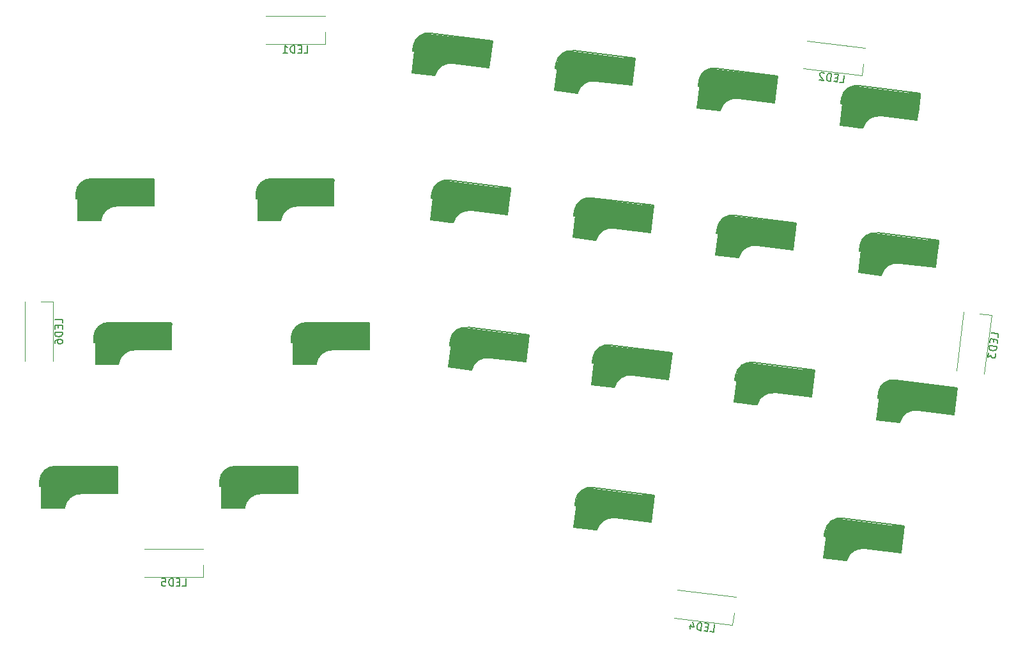
<source format=gbr>
%TF.GenerationSoftware,KiCad,Pcbnew,(5.1.9-0-10_14)*%
%TF.CreationDate,2021-04-30T13:47:16+09:00*%
%TF.ProjectId,seiren-pad,73656972-656e-42d7-9061-642e6b696361,rev?*%
%TF.SameCoordinates,Original*%
%TF.FileFunction,Legend,Bot*%
%TF.FilePolarity,Positive*%
%FSLAX46Y46*%
G04 Gerber Fmt 4.6, Leading zero omitted, Abs format (unit mm)*
G04 Created by KiCad (PCBNEW (5.1.9-0-10_14)) date 2021-04-30 13:47:16*
%MOMM*%
%LPD*%
G01*
G04 APERTURE LIST*
%ADD10C,0.120000*%
%ADD11C,0.400000*%
%ADD12C,0.500000*%
%ADD13C,0.150000*%
%ADD14C,3.500000*%
%ADD15C,1.000000*%
%ADD16C,3.000000*%
%ADD17C,0.800000*%
%ADD18C,0.300000*%
G04 APERTURE END LIST*
D10*
%TO.C,LED6*%
X103044640Y-56375920D02*
X103044640Y-64175920D01*
X99344640Y-64175920D02*
X99344640Y-56375920D01*
X101444640Y-56375920D02*
X103044640Y-56375920D01*
D11*
%TO.C,SW14*%
X184913734Y-63262212D02*
X183673051Y-63109876D01*
D12*
X174664503Y-67142065D02*
X177096241Y-67440645D01*
D13*
X185086990Y-63081984D02*
X176948110Y-62082655D01*
X179884039Y-66070177D02*
X184648260Y-66655150D01*
X174441620Y-67316200D02*
X177449034Y-67685465D01*
X174632213Y-63712567D02*
X174540811Y-64456977D01*
X174983938Y-62899370D02*
X174441620Y-67316200D01*
X174540811Y-64456977D02*
X174739320Y-64481350D01*
X184750279Y-65660166D02*
X185024485Y-63426937D01*
X184648260Y-66655150D02*
X185086990Y-63081984D01*
D14*
X183081042Y-64649202D02*
X176430983Y-63832677D01*
D15*
X184517595Y-63616577D02*
X184212922Y-66097942D01*
D12*
X184480218Y-66382639D02*
X183196002Y-66174582D01*
D16*
X176398065Y-63526382D02*
X176125078Y-65749686D01*
D17*
X174849945Y-66862582D02*
X175069310Y-65076000D01*
D18*
X174652252Y-64369909D02*
X174731467Y-63724754D01*
D13*
X177455306Y-67664602D02*
G75*
G02*
X179884039Y-66070177I2099761J-551478D01*
G01*
X174632213Y-63712568D02*
G75*
G02*
X176948110Y-62082655I1972905J-342992D01*
G01*
D15*
X177107035Y-67218836D02*
G75*
G02*
X179535768Y-65624411I2099761J-551478D01*
G01*
D11*
%TO.C,SW13*%
X166005730Y-60940601D02*
X164765047Y-60788265D01*
D12*
X155756499Y-64820454D02*
X158188237Y-65119034D01*
D13*
X166178986Y-60760373D02*
X158040106Y-59761044D01*
X160976035Y-63748566D02*
X165740256Y-64333539D01*
X155533616Y-64994589D02*
X158541030Y-65363854D01*
X155724209Y-61390956D02*
X155632807Y-62135366D01*
X156075934Y-60577759D02*
X155533616Y-64994589D01*
X155632807Y-62135366D02*
X155831316Y-62159739D01*
X165842275Y-63338555D02*
X166116481Y-61105326D01*
X165740256Y-64333539D02*
X166178986Y-60760373D01*
D14*
X164173038Y-62327591D02*
X157522979Y-61511066D01*
D15*
X165609591Y-61294966D02*
X165304918Y-63776331D01*
D12*
X165572214Y-64061028D02*
X164287998Y-63852971D01*
D16*
X157490061Y-61204771D02*
X157217074Y-63428075D01*
D17*
X155941941Y-64540971D02*
X156161306Y-62754389D01*
D18*
X155744248Y-62048298D02*
X155823463Y-61403143D01*
D13*
X158547302Y-65342991D02*
G75*
G02*
X160976035Y-63748566I2099761J-551478D01*
G01*
X155724209Y-61390957D02*
G75*
G02*
X158040106Y-59761044I1972905J-342992D01*
G01*
D15*
X158199031Y-64897225D02*
G75*
G02*
X160627764Y-63302800I2099761J-551478D01*
G01*
D11*
%TO.C,SW8*%
X182470528Y-43769161D02*
X181229845Y-43616825D01*
D12*
X172221297Y-47649014D02*
X174653035Y-47947594D01*
D13*
X182643784Y-43588933D02*
X174504904Y-42589604D01*
X177440833Y-46577126D02*
X182205054Y-47162099D01*
X171998414Y-47823149D02*
X175005828Y-48192414D01*
X172189007Y-44219516D02*
X172097605Y-44963926D01*
X172540732Y-43406319D02*
X171998414Y-47823149D01*
X172097605Y-44963926D02*
X172296114Y-44988299D01*
X182307073Y-46167115D02*
X182581279Y-43933886D01*
X182205054Y-47162099D02*
X182643784Y-43588933D01*
D14*
X180637836Y-45156151D02*
X173987777Y-44339626D01*
D15*
X182074389Y-44123526D02*
X181769716Y-46604891D01*
D12*
X182037012Y-46889588D02*
X180752796Y-46681531D01*
D16*
X173954859Y-44033331D02*
X173681872Y-46256635D01*
D17*
X172406739Y-47369531D02*
X172626104Y-45582949D01*
D18*
X172209046Y-44876858D02*
X172288261Y-44231703D01*
D13*
X175012100Y-48171551D02*
G75*
G02*
X177440833Y-46577126I2099761J-551478D01*
G01*
X172189007Y-44219517D02*
G75*
G02*
X174504904Y-42589604I1972905J-342992D01*
G01*
D15*
X174663829Y-47725785D02*
G75*
G02*
X177092562Y-46131360I2099761J-551478D01*
G01*
D11*
%TO.C,SW9*%
X201378533Y-46090772D02*
X200137850Y-45938436D01*
D12*
X191129302Y-49970625D02*
X193561040Y-50269205D01*
D13*
X201551789Y-45910544D02*
X193412909Y-44911215D01*
X196348838Y-48898737D02*
X201113059Y-49483710D01*
X190906419Y-50144760D02*
X193913833Y-50514025D01*
X191097012Y-46541127D02*
X191005610Y-47285537D01*
X191448737Y-45727930D02*
X190906419Y-50144760D01*
X191005610Y-47285537D02*
X191204119Y-47309910D01*
X201215078Y-48488726D02*
X201489284Y-46255497D01*
X201113059Y-49483710D02*
X201551789Y-45910544D01*
D14*
X199545841Y-47477762D02*
X192895782Y-46661237D01*
D15*
X200982394Y-46445137D02*
X200677721Y-48926502D01*
D12*
X200945017Y-49211199D02*
X199660801Y-49003142D01*
D16*
X192862864Y-46354942D02*
X192589877Y-48578246D01*
D17*
X191314744Y-49691142D02*
X191534109Y-47904560D01*
D18*
X191117051Y-47198469D02*
X191196266Y-46553314D01*
D13*
X193920105Y-50493162D02*
G75*
G02*
X196348838Y-48898737I2099761J-551478D01*
G01*
X191097012Y-46541128D02*
G75*
G02*
X193412909Y-44911215I1972905J-342992D01*
G01*
D15*
X193571834Y-50047396D02*
G75*
G02*
X196000567Y-48452971I2099761J-551478D01*
G01*
D11*
%TO.C,SW5*%
X116279240Y-40254720D02*
X115029240Y-40254720D01*
D12*
X106579240Y-45354720D02*
X109029240Y-45354720D01*
D13*
X116429240Y-40054720D02*
X108229239Y-40054720D01*
X111629240Y-43654720D02*
X116429240Y-43654720D01*
X106379240Y-45554720D02*
X109409240Y-45554720D01*
X106129240Y-41954720D02*
X106129240Y-42704720D01*
X106379240Y-41104720D02*
X106379240Y-45554720D01*
X106129240Y-42704720D02*
X106329240Y-42704720D01*
X116409240Y-42654720D02*
X116409240Y-40404720D01*
X116429240Y-43654720D02*
X116429240Y-40054720D01*
D14*
X114629240Y-41854720D02*
X107929240Y-41854720D01*
D15*
X115929240Y-40654720D02*
X115929240Y-43154720D01*
D12*
X116229240Y-43404720D02*
X114929240Y-43354720D01*
D16*
X107859240Y-41554720D02*
X107859240Y-43794720D01*
D17*
X106729240Y-45054720D02*
X106729240Y-43254721D01*
D18*
X106229240Y-42604720D02*
X106229240Y-41954720D01*
D13*
X109412922Y-45533249D02*
G75*
G02*
X111629240Y-43654720I2151318J-291471D01*
G01*
X106129240Y-41954721D02*
G75*
G02*
X108229239Y-40054720I2000000J-99999D01*
G01*
D15*
X109012922Y-45133249D02*
G75*
G02*
X111229240Y-43254720I2151318J-291471D01*
G01*
D11*
%TO.C,SW4*%
X217843331Y-28919333D02*
X216602648Y-28766997D01*
D12*
X207594100Y-32799186D02*
X210025838Y-33097766D01*
D13*
X218016587Y-28739105D02*
X209877707Y-27739776D01*
X212813636Y-31727298D02*
X217577857Y-32312271D01*
X207371217Y-32973321D02*
X210378631Y-33342586D01*
X207561810Y-29369688D02*
X207470408Y-30114098D01*
X207913535Y-28556491D02*
X207371217Y-32973321D01*
X207470408Y-30114098D02*
X207668917Y-30138471D01*
X217679876Y-31317287D02*
X217954082Y-29084058D01*
X217577857Y-32312271D02*
X218016587Y-28739105D01*
D14*
X216010639Y-30306323D02*
X209360580Y-29489798D01*
D15*
X217447192Y-29273698D02*
X217142519Y-31755063D01*
D12*
X217409815Y-32039760D02*
X216125599Y-31831703D01*
D16*
X209327662Y-29183503D02*
X209054675Y-31406807D01*
D17*
X207779542Y-32519703D02*
X207998907Y-30733121D01*
D18*
X207581849Y-30027030D02*
X207661064Y-29381875D01*
D13*
X210384903Y-33321723D02*
G75*
G02*
X212813636Y-31727298I2099761J-551478D01*
G01*
X207561810Y-29369689D02*
G75*
G02*
X209877707Y-27739776I1972905J-342992D01*
G01*
D15*
X210036632Y-32875957D02*
G75*
G02*
X212465365Y-31281532I2099761J-551478D01*
G01*
D11*
%TO.C,SW10*%
X220286537Y-48412383D02*
X219045854Y-48260047D01*
D12*
X210037306Y-52292236D02*
X212469044Y-52590816D01*
D13*
X220459793Y-48232155D02*
X212320913Y-47232826D01*
X215256842Y-51220348D02*
X220021063Y-51805321D01*
X209814423Y-52466371D02*
X212821837Y-52835636D01*
X210005016Y-48862738D02*
X209913614Y-49607148D01*
X210356741Y-48049541D02*
X209814423Y-52466371D01*
X209913614Y-49607148D02*
X210112123Y-49631521D01*
X220123082Y-50810337D02*
X220397288Y-48577108D01*
X220021063Y-51805321D02*
X220459793Y-48232155D01*
D14*
X218453845Y-49799373D02*
X211803786Y-48982848D01*
D15*
X219890398Y-48766748D02*
X219585725Y-51248113D01*
D12*
X219853021Y-51532810D02*
X218568805Y-51324753D01*
D16*
X211770868Y-48676553D02*
X211497881Y-50899857D01*
D17*
X210222748Y-52012753D02*
X210442113Y-50226171D01*
D18*
X210025055Y-49520080D02*
X210104270Y-48874925D01*
D13*
X212828109Y-52814773D02*
G75*
G02*
X215256842Y-51220348I2099761J-551478D01*
G01*
X210005016Y-48862739D02*
G75*
G02*
X212320913Y-47232826I1972905J-342992D01*
G01*
D15*
X212479838Y-52369007D02*
G75*
G02*
X214908571Y-50774582I2099761J-551478D01*
G01*
D11*
%TO.C,SW12*%
X144816140Y-59304720D02*
X143566140Y-59304720D01*
D12*
X135116140Y-64404720D02*
X137566140Y-64404720D01*
D13*
X144966140Y-59104720D02*
X136766139Y-59104720D01*
X140166140Y-62704720D02*
X144966140Y-62704720D01*
X134916140Y-64604720D02*
X137946140Y-64604720D01*
X134666140Y-61004720D02*
X134666140Y-61754720D01*
X134916140Y-60154720D02*
X134916140Y-64604720D01*
X134666140Y-61754720D02*
X134866140Y-61754720D01*
X144946140Y-61704720D02*
X144946140Y-59454720D01*
X144966140Y-62704720D02*
X144966140Y-59104720D01*
D14*
X143166140Y-60904720D02*
X136466140Y-60904720D01*
D15*
X144466140Y-59704720D02*
X144466140Y-62204720D01*
D12*
X144766140Y-62454720D02*
X143466140Y-62404720D01*
D16*
X136396140Y-60604720D02*
X136396140Y-62844720D01*
D17*
X135266140Y-64104720D02*
X135266140Y-62304721D01*
D18*
X134766140Y-61654720D02*
X134766140Y-61004720D01*
D13*
X137949822Y-64583249D02*
G75*
G02*
X140166140Y-62704720I2151318J-291471D01*
G01*
X134666140Y-61004721D02*
G75*
G02*
X136766139Y-59104720I2000000J-99999D01*
G01*
D15*
X137549822Y-64183249D02*
G75*
G02*
X139766140Y-62304720I2151318J-291471D01*
G01*
D11*
%TO.C,SW6*%
X140129840Y-40254720D02*
X138879840Y-40254720D01*
D12*
X130429840Y-45354720D02*
X132879840Y-45354720D01*
D13*
X140279840Y-40054720D02*
X132079839Y-40054720D01*
X135479840Y-43654720D02*
X140279840Y-43654720D01*
X130229840Y-45554720D02*
X133259840Y-45554720D01*
X129979840Y-41954720D02*
X129979840Y-42704720D01*
X130229840Y-41104720D02*
X130229840Y-45554720D01*
X129979840Y-42704720D02*
X130179840Y-42704720D01*
X140259840Y-42654720D02*
X140259840Y-40404720D01*
X140279840Y-43654720D02*
X140279840Y-40054720D01*
D14*
X138479840Y-41854720D02*
X131779840Y-41854720D01*
D15*
X139779840Y-40654720D02*
X139779840Y-43154720D01*
D12*
X140079840Y-43404720D02*
X138779840Y-43354720D01*
D16*
X131709840Y-41554720D02*
X131709840Y-43794720D01*
D17*
X130579840Y-45054720D02*
X130579840Y-43254721D01*
D18*
X130079840Y-42604720D02*
X130079840Y-41954720D01*
D13*
X133263522Y-45533249D02*
G75*
G02*
X135479840Y-43654720I2151318J-291471D01*
G01*
X129979840Y-41954721D02*
G75*
G02*
X132079839Y-40054720I2000000J-99999D01*
G01*
D15*
X132863522Y-45133249D02*
G75*
G02*
X135079840Y-43254720I2151318J-291471D01*
G01*
D11*
%TO.C,SW7*%
X163562524Y-41447550D02*
X162321841Y-41295214D01*
D12*
X153313293Y-45327403D02*
X155745031Y-45625983D01*
D13*
X163735780Y-41267322D02*
X155596900Y-40267993D01*
X158532829Y-44255515D02*
X163297050Y-44840488D01*
X153090410Y-45501538D02*
X156097824Y-45870803D01*
X153281003Y-41897905D02*
X153189601Y-42642315D01*
X153632728Y-41084708D02*
X153090410Y-45501538D01*
X153189601Y-42642315D02*
X153388110Y-42666688D01*
X163399069Y-43845504D02*
X163673275Y-41612275D01*
X163297050Y-44840488D02*
X163735780Y-41267322D01*
D14*
X161729832Y-42834540D02*
X155079773Y-42018015D01*
D15*
X163166385Y-41801915D02*
X162861712Y-44283280D01*
D12*
X163129008Y-44567977D02*
X161844792Y-44359920D01*
D16*
X155046855Y-41711720D02*
X154773868Y-43935024D01*
D17*
X153498735Y-45047920D02*
X153718100Y-43261338D01*
D18*
X153301042Y-42555247D02*
X153380257Y-41910092D01*
D13*
X156104096Y-45849940D02*
G75*
G02*
X158532829Y-44255515I2099761J-551478D01*
G01*
X153281003Y-41897906D02*
G75*
G02*
X155596900Y-40267993I1972905J-342992D01*
G01*
D15*
X155755825Y-45404174D02*
G75*
G02*
X158184558Y-43809749I2099761J-551478D01*
G01*
D11*
%TO.C,SW11*%
X118622390Y-59304720D02*
X117372390Y-59304720D01*
D12*
X108922390Y-64404720D02*
X111372390Y-64404720D01*
D13*
X118772390Y-59104720D02*
X110572389Y-59104720D01*
X113972390Y-62704720D02*
X118772390Y-62704720D01*
X108722390Y-64604720D02*
X111752390Y-64604720D01*
X108472390Y-61004720D02*
X108472390Y-61754720D01*
X108722390Y-60154720D02*
X108722390Y-64604720D01*
X108472390Y-61754720D02*
X108672390Y-61754720D01*
X118752390Y-61704720D02*
X118752390Y-59454720D01*
X118772390Y-62704720D02*
X118772390Y-59104720D01*
D14*
X116972390Y-60904720D02*
X110272390Y-60904720D01*
D15*
X118272390Y-59704720D02*
X118272390Y-62204720D01*
D12*
X118572390Y-62454720D02*
X117272390Y-62404720D01*
D16*
X110202390Y-60604720D02*
X110202390Y-62844720D01*
D17*
X109072390Y-64104720D02*
X109072390Y-62304721D01*
D18*
X108572390Y-61654720D02*
X108572390Y-61004720D01*
D13*
X111756072Y-64583249D02*
G75*
G02*
X113972390Y-62704720I2151318J-291471D01*
G01*
X108472390Y-61004721D02*
G75*
G02*
X110572389Y-59104720I2000000J-99999D01*
G01*
D15*
X111356072Y-64183249D02*
G75*
G02*
X113572390Y-62304720I2151318J-291471D01*
G01*
D11*
%TO.C,SW15*%
X203821739Y-65583823D02*
X202581056Y-65431487D01*
D12*
X193572508Y-69463676D02*
X196004246Y-69762256D01*
D13*
X203994995Y-65403595D02*
X195856115Y-64404266D01*
X198792044Y-68391788D02*
X203556265Y-68976761D01*
X193349625Y-69637811D02*
X196357039Y-70007076D01*
X193540218Y-66034178D02*
X193448816Y-66778588D01*
X193891943Y-65220981D02*
X193349625Y-69637811D01*
X193448816Y-66778588D02*
X193647325Y-66802961D01*
X203658284Y-67981777D02*
X203932490Y-65748548D01*
X203556265Y-68976761D02*
X203994995Y-65403595D01*
D14*
X201989047Y-66970813D02*
X195338988Y-66154288D01*
D15*
X203425600Y-65938188D02*
X203120927Y-68419553D01*
D12*
X203388223Y-68704250D02*
X202104007Y-68496193D01*
D16*
X195306070Y-65847993D02*
X195033083Y-68071297D01*
D17*
X193757950Y-69184193D02*
X193977315Y-67397611D01*
D18*
X193560257Y-66691520D02*
X193639472Y-66046365D01*
D13*
X196363311Y-69986213D02*
G75*
G02*
X198792044Y-68391788I2099761J-551478D01*
G01*
X193540218Y-66034179D02*
G75*
G02*
X195856115Y-64404266I1972905J-342992D01*
G01*
D15*
X196015040Y-69540447D02*
G75*
G02*
X198443773Y-67946022I2099761J-551478D01*
G01*
D10*
%TO.C,LED1*%
X139112840Y-22191720D02*
X131312840Y-22191720D01*
X131312840Y-18491720D02*
X139112840Y-18491720D01*
X139112840Y-20591720D02*
X139112840Y-22191720D01*
%TO.C,LED4*%
X193105507Y-99164095D02*
X185363647Y-98213514D01*
X185814563Y-94541093D02*
X193556423Y-95491674D01*
X193300498Y-97576021D02*
X193105507Y-99164095D01*
%TO.C,LED5*%
X122990440Y-92802320D02*
X115190440Y-92802320D01*
X115190440Y-89102320D02*
X122990440Y-89102320D01*
X122990440Y-91202320D02*
X122990440Y-92802320D01*
%TO.C,LED2*%
X210264312Y-26385621D02*
X202522452Y-25435040D01*
X202973368Y-21762619D02*
X210715228Y-22713200D01*
X210459303Y-24797547D02*
X210264312Y-26385621D01*
%TO.C,LED3*%
X227432588Y-58146490D02*
X226482007Y-65888350D01*
X222809586Y-65437434D02*
X223760167Y-57695574D01*
X225844514Y-57951499D02*
X227432588Y-58146490D01*
D11*
%TO.C,SW20*%
X215681131Y-86233035D02*
X214440448Y-86080699D01*
D12*
X205431900Y-90112888D02*
X207863638Y-90411468D01*
D13*
X215854387Y-86052807D02*
X207715507Y-85053478D01*
X210651436Y-89041000D02*
X215415657Y-89625973D01*
X205209017Y-90287023D02*
X208216431Y-90656288D01*
X205399610Y-86683390D02*
X205308208Y-87427800D01*
X205751335Y-85870193D02*
X205209017Y-90287023D01*
X205308208Y-87427800D02*
X205506717Y-87452173D01*
X215517676Y-88630989D02*
X215791882Y-86397760D01*
X215415657Y-89625973D02*
X215854387Y-86052807D01*
D14*
X213848439Y-87620025D02*
X207198380Y-86803500D01*
D15*
X215284992Y-86587400D02*
X214980319Y-89068765D01*
D12*
X215247615Y-89353462D02*
X213963399Y-89145405D01*
D16*
X207165462Y-86497205D02*
X206892475Y-88720509D01*
D17*
X205617342Y-89833405D02*
X205836707Y-88046823D01*
D18*
X205419649Y-87340732D02*
X205498864Y-86695577D01*
D13*
X208222703Y-90635425D02*
G75*
G02*
X210651436Y-89041000I2099761J-551478D01*
G01*
X205399610Y-86683391D02*
G75*
G02*
X207715507Y-85053478I1972905J-342992D01*
G01*
D15*
X207874432Y-90189659D02*
G75*
G02*
X210303165Y-88595234I2099761J-551478D01*
G01*
D11*
%TO.C,SW18*%
X135329240Y-78354720D02*
X134079240Y-78354720D01*
D12*
X125629240Y-83454720D02*
X128079240Y-83454720D01*
D13*
X135479240Y-78154720D02*
X127279239Y-78154720D01*
X130679240Y-81754720D02*
X135479240Y-81754720D01*
X125429240Y-83654720D02*
X128459240Y-83654720D01*
X125179240Y-80054720D02*
X125179240Y-80804720D01*
X125429240Y-79204720D02*
X125429240Y-83654720D01*
X125179240Y-80804720D02*
X125379240Y-80804720D01*
X135459240Y-80754720D02*
X135459240Y-78504720D01*
X135479240Y-81754720D02*
X135479240Y-78154720D01*
D14*
X133679240Y-79954720D02*
X126979240Y-79954720D01*
D15*
X134979240Y-78754720D02*
X134979240Y-81254720D01*
D12*
X135279240Y-81504720D02*
X133979240Y-81454720D01*
D16*
X126909240Y-79654720D02*
X126909240Y-81894720D01*
D17*
X125779240Y-83154720D02*
X125779240Y-81354721D01*
D18*
X125279240Y-80704720D02*
X125279240Y-80054720D01*
D13*
X128462922Y-83633249D02*
G75*
G02*
X130679240Y-81754720I2151318J-291471D01*
G01*
X125179240Y-80054721D02*
G75*
G02*
X127279239Y-78154720I2000000J-99999D01*
G01*
D15*
X128062922Y-83233249D02*
G75*
G02*
X130279240Y-81354720I2151318J-291471D01*
G01*
D11*
%TO.C,SW19*%
X182592123Y-82170216D02*
X181351440Y-82017880D01*
D12*
X172342892Y-86050069D02*
X174774630Y-86348649D01*
D13*
X182765379Y-81989988D02*
X174626499Y-80990659D01*
X177562428Y-84978181D02*
X182326649Y-85563154D01*
X172120009Y-86224204D02*
X175127423Y-86593469D01*
X172310602Y-82620571D02*
X172219200Y-83364981D01*
X172662327Y-81807374D02*
X172120009Y-86224204D01*
X172219200Y-83364981D02*
X172417709Y-83389354D01*
X182428668Y-84568170D02*
X182702874Y-82334941D01*
X182326649Y-85563154D02*
X182765379Y-81989988D01*
D14*
X180759431Y-83557206D02*
X174109372Y-82740681D01*
D15*
X182195984Y-82524581D02*
X181891311Y-85005946D01*
D12*
X182158607Y-85290643D02*
X180874391Y-85082586D01*
D16*
X174076454Y-82434386D02*
X173803467Y-84657690D01*
D17*
X172528334Y-85770586D02*
X172747699Y-83984004D01*
D18*
X172330641Y-83277913D02*
X172409856Y-82632758D01*
D13*
X175133695Y-86572606D02*
G75*
G02*
X177562428Y-84978181I2099761J-551478D01*
G01*
X172310602Y-82620572D02*
G75*
G02*
X174626499Y-80990659I1972905J-342992D01*
G01*
D15*
X174785424Y-86126840D02*
G75*
G02*
X177214157Y-84532415I2099761J-551478D01*
G01*
D11*
%TO.C,SW16*%
X222729743Y-67905434D02*
X221489060Y-67753098D01*
D12*
X212480512Y-71785287D02*
X214912250Y-72083867D01*
D13*
X222902999Y-67725206D02*
X214764119Y-66725877D01*
X217700048Y-70713399D02*
X222464269Y-71298372D01*
X212257629Y-71959422D02*
X215265043Y-72328687D01*
X212448222Y-68355789D02*
X212356820Y-69100199D01*
X212799947Y-67542592D02*
X212257629Y-71959422D01*
X212356820Y-69100199D02*
X212555329Y-69124572D01*
X222566288Y-70303388D02*
X222840494Y-68070159D01*
X222464269Y-71298372D02*
X222902999Y-67725206D01*
D14*
X220897051Y-69292424D02*
X214246992Y-68475899D01*
D15*
X222333604Y-68259799D02*
X222028931Y-70741164D01*
D12*
X222296227Y-71025861D02*
X221012011Y-70817804D01*
D16*
X214214074Y-68169604D02*
X213941087Y-70392908D01*
D17*
X212665954Y-71505804D02*
X212885319Y-69719222D01*
D18*
X212468261Y-69013131D02*
X212547476Y-68367976D01*
D13*
X215271315Y-72307824D02*
G75*
G02*
X217700048Y-70713399I2099761J-551478D01*
G01*
X212448222Y-68355790D02*
G75*
G02*
X214764119Y-66725877I1972905J-342992D01*
G01*
D15*
X214923044Y-71862058D02*
G75*
G02*
X217351777Y-70267633I2099761J-551478D01*
G01*
D11*
%TO.C,SW17*%
X111478640Y-78354720D02*
X110228640Y-78354720D01*
D12*
X101778640Y-83454720D02*
X104228640Y-83454720D01*
D13*
X111628640Y-78154720D02*
X103428639Y-78154720D01*
X106828640Y-81754720D02*
X111628640Y-81754720D01*
X101578640Y-83654720D02*
X104608640Y-83654720D01*
X101328640Y-80054720D02*
X101328640Y-80804720D01*
X101578640Y-79204720D02*
X101578640Y-83654720D01*
X101328640Y-80804720D02*
X101528640Y-80804720D01*
X111608640Y-80754720D02*
X111608640Y-78504720D01*
X111628640Y-81754720D02*
X111628640Y-78154720D01*
D14*
X109828640Y-79954720D02*
X103128640Y-79954720D01*
D15*
X111128640Y-78754720D02*
X111128640Y-81254720D01*
D12*
X111428640Y-81504720D02*
X110128640Y-81454720D01*
D16*
X103058640Y-79654720D02*
X103058640Y-81894720D01*
D17*
X101928640Y-83154720D02*
X101928640Y-81354721D01*
D18*
X101428640Y-80704720D02*
X101428640Y-80054720D01*
D13*
X104612322Y-83633249D02*
G75*
G02*
X106828640Y-81754720I2151318J-291471D01*
G01*
X101328640Y-80054721D02*
G75*
G02*
X103428639Y-78154720I2000000J-99999D01*
G01*
D15*
X104212322Y-83233249D02*
G75*
G02*
X106428640Y-81354720I2151318J-291471D01*
G01*
D11*
%TO.C,SW1*%
X161119318Y-21954500D02*
X159878635Y-21802164D01*
D12*
X150870087Y-25834353D02*
X153301825Y-26132933D01*
D13*
X161292574Y-21774272D02*
X153153694Y-20774943D01*
X156089623Y-24762465D02*
X160853844Y-25347438D01*
X150647204Y-26008488D02*
X153654618Y-26377753D01*
X150837797Y-22404855D02*
X150746395Y-23149265D01*
X151189522Y-21591658D02*
X150647204Y-26008488D01*
X150746395Y-23149265D02*
X150944904Y-23173638D01*
X160955863Y-24352454D02*
X161230069Y-22119225D01*
X160853844Y-25347438D02*
X161292574Y-21774272D01*
D14*
X159286626Y-23341490D02*
X152636567Y-22524965D01*
D15*
X160723179Y-22308865D02*
X160418506Y-24790230D01*
D12*
X160685802Y-25074927D02*
X159401586Y-24866870D01*
D16*
X152603649Y-22218670D02*
X152330662Y-24441974D01*
D17*
X151055529Y-25554870D02*
X151274894Y-23768288D01*
D18*
X150857836Y-23062197D02*
X150937051Y-22417042D01*
D13*
X153660890Y-26356890D02*
G75*
G02*
X156089623Y-24762465I2099761J-551478D01*
G01*
X150837797Y-22404856D02*
G75*
G02*
X153153694Y-20774943I1972905J-342992D01*
G01*
D15*
X153312619Y-25911124D02*
G75*
G02*
X155741352Y-24316699I2099761J-551478D01*
G01*
D11*
%TO.C,SW2*%
X180027322Y-24276111D02*
X178786639Y-24123775D01*
D12*
X169778091Y-28155964D02*
X172209829Y-28454544D01*
D13*
X180200578Y-24095883D02*
X172061698Y-23096554D01*
X174997627Y-27084076D02*
X179761848Y-27669049D01*
X169555208Y-28330099D02*
X172562622Y-28699364D01*
X169745801Y-24726466D02*
X169654399Y-25470876D01*
X170097526Y-23913269D02*
X169555208Y-28330099D01*
X169654399Y-25470876D02*
X169852908Y-25495249D01*
X179863867Y-26674065D02*
X180138073Y-24440836D01*
X179761848Y-27669049D02*
X180200578Y-24095883D01*
D14*
X178194630Y-25663101D02*
X171544571Y-24846576D01*
D15*
X179631183Y-24630476D02*
X179326510Y-27111841D01*
D12*
X179593806Y-27396538D02*
X178309590Y-27188481D01*
D16*
X171511653Y-24540281D02*
X171238666Y-26763585D01*
D17*
X169963533Y-27876481D02*
X170182898Y-26089899D01*
D18*
X169765840Y-25383808D02*
X169845055Y-24738653D01*
D13*
X172568894Y-28678501D02*
G75*
G02*
X174997627Y-27084076I2099761J-551478D01*
G01*
X169745801Y-24726467D02*
G75*
G02*
X172061698Y-23096554I1972905J-342992D01*
G01*
D15*
X172220623Y-28232735D02*
G75*
G02*
X174649356Y-26638310I2099761J-551478D01*
G01*
D11*
%TO.C,SW3*%
X198935327Y-26597722D02*
X197694644Y-26445386D01*
D12*
X188686096Y-30477575D02*
X191117834Y-30776155D01*
D13*
X199108583Y-26417494D02*
X190969703Y-25418165D01*
X193905632Y-29405687D02*
X198669853Y-29990660D01*
X188463213Y-30651710D02*
X191470627Y-31020975D01*
X188653806Y-27048077D02*
X188562404Y-27792487D01*
X189005531Y-26234880D02*
X188463213Y-30651710D01*
X188562404Y-27792487D02*
X188760913Y-27816860D01*
X198771872Y-28995676D02*
X199046078Y-26762447D01*
X198669853Y-29990660D02*
X199108583Y-26417494D01*
D14*
X197102635Y-27984712D02*
X190452576Y-27168187D01*
D15*
X198539188Y-26952087D02*
X198234515Y-29433452D01*
D12*
X198501811Y-29718149D02*
X197217595Y-29510092D01*
D16*
X190419658Y-26861892D02*
X190146671Y-29085196D01*
D17*
X188871538Y-30198092D02*
X189090903Y-28411510D01*
D18*
X188673845Y-27705419D02*
X188753060Y-27060264D01*
D13*
X191476899Y-31000112D02*
G75*
G02*
X193905632Y-29405687I2099761J-551478D01*
G01*
X188653806Y-27048078D02*
G75*
G02*
X190969703Y-25418165I1972905J-342992D01*
G01*
D15*
X191128628Y-30554346D02*
G75*
G02*
X193557361Y-28959921I2099761J-551478D01*
G01*
%TO.C,LED6*%
D13*
X104314020Y-59156872D02*
X104314020Y-58680681D01*
X103314020Y-58680681D01*
X103790211Y-59490205D02*
X103790211Y-59823539D01*
X104314020Y-59966396D02*
X104314020Y-59490205D01*
X103314020Y-59490205D01*
X103314020Y-59966396D01*
X104314020Y-60394967D02*
X103314020Y-60394967D01*
X103314020Y-60633062D01*
X103361640Y-60775920D01*
X103456878Y-60871158D01*
X103552116Y-60918777D01*
X103742592Y-60966396D01*
X103885449Y-60966396D01*
X104075925Y-60918777D01*
X104171163Y-60871158D01*
X104266401Y-60775920D01*
X104314020Y-60633062D01*
X104314020Y-60394967D01*
X103314020Y-61823539D02*
X103314020Y-61633062D01*
X103361640Y-61537824D01*
X103409259Y-61490205D01*
X103552116Y-61394967D01*
X103742592Y-61347348D01*
X104123544Y-61347348D01*
X104218782Y-61394967D01*
X104266401Y-61442586D01*
X104314020Y-61537824D01*
X104314020Y-61728300D01*
X104266401Y-61823539D01*
X104218782Y-61871158D01*
X104123544Y-61918777D01*
X103885449Y-61918777D01*
X103790211Y-61871158D01*
X103742592Y-61823539D01*
X103694973Y-61728300D01*
X103694973Y-61537824D01*
X103742592Y-61442586D01*
X103790211Y-61394967D01*
X103885449Y-61347348D01*
%TO.C,LED1*%
X136331887Y-23384900D02*
X136808078Y-23384900D01*
X136808078Y-22384900D01*
X135998554Y-22861091D02*
X135665220Y-22861091D01*
X135522363Y-23384900D02*
X135998554Y-23384900D01*
X135998554Y-22384900D01*
X135522363Y-22384900D01*
X135093792Y-23384900D02*
X135093792Y-22384900D01*
X134855697Y-22384900D01*
X134712840Y-22432520D01*
X134617601Y-22527758D01*
X134569982Y-22622996D01*
X134522363Y-22813472D01*
X134522363Y-22956329D01*
X134569982Y-23146805D01*
X134617601Y-23242043D01*
X134712840Y-23337281D01*
X134855697Y-23384900D01*
X135093792Y-23384900D01*
X133569982Y-23384900D02*
X134141411Y-23384900D01*
X133855697Y-23384900D02*
X133855697Y-22384900D01*
X133950935Y-22527758D01*
X134046173Y-22622996D01*
X134141411Y-22670615D01*
%TO.C,LED4*%
X190148703Y-100047112D02*
X190621344Y-100105145D01*
X190743213Y-99112599D01*
X189881690Y-99486584D02*
X189550841Y-99445961D01*
X189345213Y-99948456D02*
X189817854Y-100006489D01*
X189939723Y-99013943D01*
X189467082Y-98955910D01*
X188919836Y-99896226D02*
X189041705Y-98903680D01*
X188805385Y-98874664D01*
X188657789Y-98904518D01*
X188551654Y-98987439D01*
X188492784Y-99076164D01*
X188422306Y-99259417D01*
X188404896Y-99401210D01*
X188428947Y-99596069D01*
X188464605Y-99696401D01*
X188547526Y-99802536D01*
X188683515Y-99867210D01*
X188919836Y-99896226D01*
X187583159Y-99060430D02*
X187501913Y-99722127D01*
X187865906Y-98711333D02*
X188015177Y-99449311D01*
X187400744Y-99373869D01*
%TO.C,LED5*%
X120216287Y-94006700D02*
X120692478Y-94006700D01*
X120692478Y-93006700D01*
X119882954Y-93482891D02*
X119549620Y-93482891D01*
X119406763Y-94006700D02*
X119882954Y-94006700D01*
X119882954Y-93006700D01*
X119406763Y-93006700D01*
X118978192Y-94006700D02*
X118978192Y-93006700D01*
X118740097Y-93006700D01*
X118597240Y-93054320D01*
X118502001Y-93149558D01*
X118454382Y-93244796D01*
X118406763Y-93435272D01*
X118406763Y-93578129D01*
X118454382Y-93768605D01*
X118502001Y-93863843D01*
X118597240Y-93959081D01*
X118740097Y-94006700D01*
X118978192Y-94006700D01*
X117502001Y-93006700D02*
X117978192Y-93006700D01*
X118025811Y-93482891D01*
X117978192Y-93435272D01*
X117882954Y-93387653D01*
X117644859Y-93387653D01*
X117549620Y-93435272D01*
X117502001Y-93482891D01*
X117454382Y-93578129D01*
X117454382Y-93816224D01*
X117502001Y-93911462D01*
X117549620Y-93959081D01*
X117644859Y-94006700D01*
X117882954Y-94006700D01*
X117978192Y-93959081D01*
X118025811Y-93911462D01*
%TO.C,LED2*%
X207338113Y-27265545D02*
X207810754Y-27323578D01*
X207932623Y-26331032D01*
X207071100Y-26705017D02*
X206740251Y-26664394D01*
X206534623Y-27166889D02*
X207007264Y-27224922D01*
X207129133Y-26232376D01*
X206656492Y-26174343D01*
X206109246Y-27114659D02*
X206231115Y-26122113D01*
X205994795Y-26093097D01*
X205847199Y-26122951D01*
X205741064Y-26205872D01*
X205682194Y-26294597D01*
X205611716Y-26477850D01*
X205594306Y-26619643D01*
X205618357Y-26814502D01*
X205654015Y-26914834D01*
X205736936Y-27020969D01*
X205872925Y-27085643D01*
X206109246Y-27114659D01*
X205274227Y-26100575D02*
X205232766Y-26047508D01*
X205144041Y-25988637D01*
X204907720Y-25959621D01*
X204807389Y-25995278D01*
X204754321Y-26036739D01*
X204695451Y-26125464D01*
X204683844Y-26219992D01*
X204713698Y-26367588D01*
X205211228Y-27004396D01*
X204596795Y-26928954D01*
%TO.C,LED3*%
X228286811Y-61071951D02*
X228344844Y-60599310D01*
X227352298Y-60477441D01*
X227726283Y-61338964D02*
X227685660Y-61669813D01*
X228188155Y-61875441D02*
X228246188Y-61402800D01*
X227253642Y-61280931D01*
X227195609Y-61753572D01*
X228135925Y-62300818D02*
X227143379Y-62178949D01*
X227114363Y-62415269D01*
X227144217Y-62562865D01*
X227227138Y-62669000D01*
X227315863Y-62727870D01*
X227499116Y-62798348D01*
X227640909Y-62815758D01*
X227835768Y-62791707D01*
X227936100Y-62756049D01*
X228042235Y-62673128D01*
X228106909Y-62537139D01*
X228135925Y-62300818D01*
X227033116Y-63076967D02*
X226957673Y-63691400D01*
X227376409Y-63406978D01*
X227358999Y-63548770D01*
X227394657Y-63649102D01*
X227436118Y-63702169D01*
X227524843Y-63761040D01*
X227761163Y-63790056D01*
X227861495Y-63754399D01*
X227914562Y-63712938D01*
X227973433Y-63624213D01*
X228008253Y-63340628D01*
X227972595Y-63240297D01*
X227931134Y-63187229D01*
%TD*%
M02*

</source>
